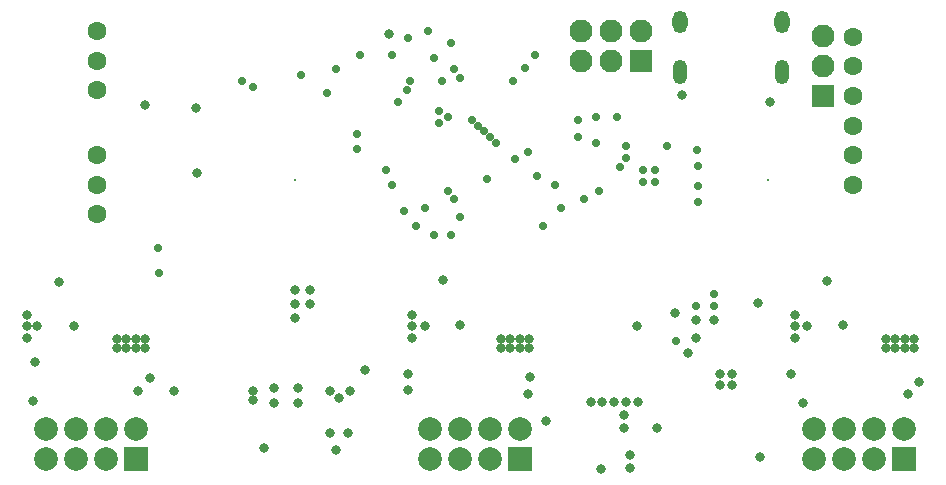
<source format=gbr>
%TF.GenerationSoftware,Altium Limited,Altium Designer,24.0.1 (36)*%
G04 Layer_Color=16711935*
%FSLAX45Y45*%
%MOMM*%
%TF.SameCoordinates,1D19F893-C717-4D0B-B0CE-957F46A24576*%
%TF.FilePolarity,Negative*%
%TF.FileFunction,Soldermask,Bot*%
%TF.Part,Single*%
G01*
G75*
%TA.AperFunction,ComponentPad*%
%ADD108O,1.30002X1.90002*%
%ADD109O,1.20002X2.10002*%
%ADD110C,2.00320*%
%ADD111R,2.00320X2.00320*%
%ADD112C,1.95320*%
%ADD113R,1.95320X1.95320*%
%ADD114R,1.95320X1.95320*%
%ADD115C,1.60002*%
%TA.AperFunction,ViaPad*%
%ADD116C,0.20320*%
%ADD117C,0.70320*%
%ADD118C,0.80320*%
D108*
X988708Y923917D02*
D03*
X1853705D02*
D03*
D109*
X988708Y503903D02*
D03*
X1853705D02*
D03*
D110*
X2118998Y-2777003D02*
D03*
Y-2523003D02*
D03*
X2372998Y-2777003D02*
D03*
Y-2523003D02*
D03*
X2626998Y-2777003D02*
D03*
Y-2523003D02*
D03*
X2880998D02*
D03*
X-369004D02*
D03*
X-623004D02*
D03*
Y-2777003D02*
D03*
X-877004Y-2523003D02*
D03*
Y-2777003D02*
D03*
X-1131004Y-2523003D02*
D03*
Y-2777003D02*
D03*
X-3619001Y-2523003D02*
D03*
X-3873001D02*
D03*
Y-2777003D02*
D03*
X-4127001Y-2523003D02*
D03*
Y-2777003D02*
D03*
X-4381001Y-2523003D02*
D03*
Y-2777003D02*
D03*
D111*
X2880998D02*
D03*
X-369004D02*
D03*
X-3619001D02*
D03*
D112*
X2200000Y550000D02*
D03*
Y804000D02*
D03*
X654000Y850000D02*
D03*
X400000Y596000D02*
D03*
Y850000D02*
D03*
X146000Y596000D02*
D03*
Y850000D02*
D03*
D113*
X2200000Y296000D02*
D03*
D114*
X654000Y596000D02*
D03*
D115*
X-3950000Y-700028D02*
D03*
Y-450013D02*
D03*
Y-200029D02*
D03*
Y599987D02*
D03*
Y349972D02*
D03*
Y849971D02*
D03*
X2450000Y800034D02*
D03*
Y550025D02*
D03*
Y300013D02*
D03*
Y50023D02*
D03*
Y-199986D02*
D03*
Y-449976D02*
D03*
D116*
X-2270000Y-410000D02*
D03*
X1730000D02*
D03*
D117*
X-1326716Y350000D02*
D03*
X475000Y-300000D02*
D03*
X-1750000Y-150000D02*
D03*
Y-25000D02*
D03*
X525000Y-225000D02*
D03*
X-875000Y450000D02*
D03*
X-1450000Y650000D02*
D03*
X-775000Y100000D02*
D03*
X525000Y-125000D02*
D03*
X-975000Y125000D02*
D03*
X-1050000Y175000D02*
D03*
Y75000D02*
D03*
X125000Y100000D02*
D03*
X-725000Y50000D02*
D03*
X-675000Y0D02*
D03*
X-625000Y-50000D02*
D03*
X-575000Y-100000D02*
D03*
X1140000Y-600000D02*
D03*
Y-460000D02*
D03*
Y-290000D02*
D03*
X1130000Y-160000D02*
D03*
X-330000Y540000D02*
D03*
X-410000Y-230000D02*
D03*
X-2225000Y475000D02*
D03*
X-3431962Y-985000D02*
D03*
X-3425000Y-1200000D02*
D03*
X-1500000Y-325000D02*
D03*
X-1350000Y-675000D02*
D03*
X-425000Y425000D02*
D03*
X-950000Y750000D02*
D03*
X-1149999Y850001D02*
D03*
X-1319998Y794998D02*
D03*
X-1720002Y645002D02*
D03*
X-2000000Y325000D02*
D03*
X-1400000Y250000D02*
D03*
X-650000Y-400000D02*
D03*
X-300000Y-175000D02*
D03*
X-245002Y645002D02*
D03*
X675000Y-425000D02*
D03*
X775000D02*
D03*
Y-325000D02*
D03*
X675000D02*
D03*
X1275000Y-1375000D02*
D03*
Y-1475000D02*
D03*
X1125000D02*
D03*
X950000Y-1775000D02*
D03*
X-1099998Y624998D02*
D03*
X-1025000Y425000D02*
D03*
X875000Y-125000D02*
D03*
X-2725000Y425000D02*
D03*
X-2625000Y375000D02*
D03*
X450000Y125000D02*
D03*
X275000D02*
D03*
Y-100000D02*
D03*
X125000Y-50000D02*
D03*
X300000Y-500000D02*
D03*
X175000Y-575000D02*
D03*
X-1300000Y425000D02*
D03*
X-1925000Y525000D02*
D03*
X-925000D02*
D03*
X-875000Y-725000D02*
D03*
X-175000Y-800000D02*
D03*
X-1250000D02*
D03*
X-1175000Y-650000D02*
D03*
X-925000Y-575000D02*
D03*
X-25000Y-650000D02*
D03*
X-950000Y-875000D02*
D03*
X-1100000D02*
D03*
X-225000Y-375000D02*
D03*
X-1450000Y-450000D02*
D03*
X-75000D02*
D03*
X-975000Y-500000D02*
D03*
D118*
X-2540000Y-2680000D02*
D03*
X-3110000Y200000D02*
D03*
X1930000Y-2050000D02*
D03*
X790000Y-2510000D02*
D03*
X-280000Y-2080000D02*
D03*
X-1320000Y-2050000D02*
D03*
Y-2190000D02*
D03*
X-3500000Y-2090000D02*
D03*
X-3600000Y-2200000D02*
D03*
X-3620000Y-1830000D02*
D03*
X-3780000D02*
D03*
X-3700000D02*
D03*
X-3620000Y-1760000D02*
D03*
X-3780000D02*
D03*
X-3700000D02*
D03*
X-3540000D02*
D03*
Y-1830000D02*
D03*
X2970000D02*
D03*
X2890000D02*
D03*
X2730000D02*
D03*
X2810000D02*
D03*
X2890000Y-1760000D02*
D03*
X2730000D02*
D03*
X2810000D02*
D03*
X2970000D02*
D03*
X-370000Y-1830000D02*
D03*
X-530000D02*
D03*
X-450000D02*
D03*
X-370000Y-1760000D02*
D03*
X-530000D02*
D03*
X-450000D02*
D03*
X-290000D02*
D03*
Y-1830000D02*
D03*
X-150000Y-2450000D02*
D03*
X-1475000Y825000D02*
D03*
X1125000Y-1750000D02*
D03*
X1275000Y-1600000D02*
D03*
X1125000D02*
D03*
X1325000Y-2150000D02*
D03*
Y-2050000D02*
D03*
X1425000Y-2150000D02*
D03*
Y-2050000D02*
D03*
X2025000Y-2300000D02*
D03*
X1050000Y-1875000D02*
D03*
X-3300000Y-2200000D02*
D03*
X-2270000Y-1580000D02*
D03*
X-2150000Y-1460000D02*
D03*
X-2270000D02*
D03*
X-2150000Y-1340000D02*
D03*
X-2270000D02*
D03*
X-1900000Y-2260000D02*
D03*
X-1810000Y-2200000D02*
D03*
X-1980000D02*
D03*
X560000Y-2740000D02*
D03*
Y-2850000D02*
D03*
X510000Y-2510000D02*
D03*
Y-2400000D02*
D03*
X630000Y-2290000D02*
D03*
X530000D02*
D03*
X430000D02*
D03*
X330000D02*
D03*
X230000D02*
D03*
X-4460000Y-1650000D02*
D03*
X-4145000Y-1645000D02*
D03*
X-4540000Y-1650000D02*
D03*
Y-1750000D02*
D03*
Y-1550000D02*
D03*
X-1175000Y-1645000D02*
D03*
X-880000Y-1640000D02*
D03*
X-1280000Y-1650000D02*
D03*
Y-1750000D02*
D03*
Y-1550000D02*
D03*
X1960000D02*
D03*
Y-1750000D02*
D03*
Y-1650000D02*
D03*
X2370000Y-1640000D02*
D03*
X2060000Y-1650000D02*
D03*
X3010000Y-2120000D02*
D03*
X2920000Y-2220000D02*
D03*
X-300000Y-2225000D02*
D03*
X-3544997Y225000D02*
D03*
X-3100000Y-350000D02*
D03*
X-1019260Y-1255740D02*
D03*
X-4275000Y-1275000D02*
D03*
X-4475000Y-1950000D02*
D03*
X-1825000Y-2550000D02*
D03*
X-1975000D02*
D03*
X-1925000Y-2700000D02*
D03*
X-2625000Y-2275000D02*
D03*
Y-2200000D02*
D03*
X-2450000Y-2300000D02*
D03*
X-2250000D02*
D03*
Y-2175000D02*
D03*
X-2450000D02*
D03*
X-1680003Y-2019997D02*
D03*
X1650001Y-1450001D02*
D03*
X2235000Y-1265000D02*
D03*
X1659767Y-2760233D02*
D03*
X315235Y-2855235D02*
D03*
X620000Y-1650000D02*
D03*
X940000Y-1540000D02*
D03*
X1750000Y250000D02*
D03*
X1000002Y310001D02*
D03*
X-4490000Y-2285000D02*
D03*
%TF.MD5,7a93f00b58c732ba78cfced439ce10b9*%
M02*

</source>
